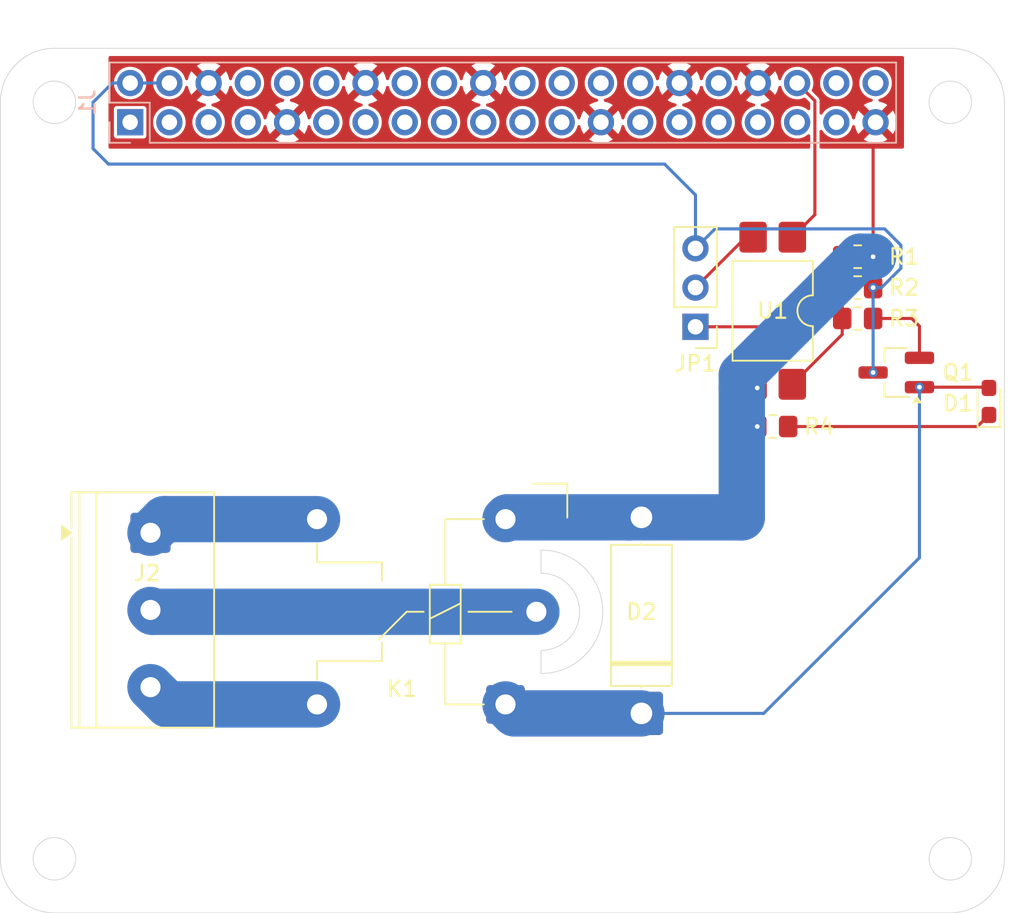
<source format=kicad_pcb>
(kicad_pcb (version 20241229) (generator "pcbnew") (generator_version "9.0")
  (layers (0 "F.Cu" signal) (2 "B.Cu" signal) (13 "F.Paste" user) (15 "B.Paste" user) (5 "F.SilkS" user "F.Silkscreen") (7 "B.SilkS" user "B.Silkscreen") (1 "F.Mask" user) (3 "B.Mask" user) (25 "Edge.Cuts" user))
  (net 0 "")
  (net 1 "Net-(D1-K)")
  (net 2 "Net-(D1-A)")
  (net 4 "VCC_5V")
  (net 12 "GND1")
  (net 30 "IN")
  (net 35 "NC")
  (net 36 "COM")
  (net 37 "NO")
  (net 38 "Net-(JP1-C)")
  (net 39 "Net-(JP1-A)")
  (net 40 "Net-(Q1-B)")
  (net 41 "Net-(R2-Pad2)")
  (footprint "Relay_THT:Relay_SPDT_Hongfa_JQC-3FF_0XX-1Z" (layer "F.Cu") (at 199.2 94 180)
    (property "Reference" "K1" (at 6.7 1 0) (layer "F.SilkS"))
    (property "Value" "JQC-3FF-005-1Z")
    (fp_line (start 12.2 10.4) (end 12.2 9.2) (stroke (width 0.12)) (layer "F.SilkS"))
    (fp_line (start 12.2 9.2) (end 8 9.2) (stroke (width 0.12)) (layer "F.SilkS"))
    (fp_line (start 12.2 1.6) (end 12.2 2.8) (stroke (width 0.12)) (layer "F.SilkS"))
    (fp_line (start 8 9.2) (end 8 8) (stroke (width 0.12)) (layer "F.SilkS"))
    (fp_line (start 8 2.8) (end 12.2 2.8) (stroke (width 0.12)) (layer "F.SilkS"))
    (fp_line (start 8 2.8) (end 8 4) (stroke (width 0.12)) (layer "F.SilkS"))
    (fp_line (start 6.4 6) (end 8.2 4.2) (stroke (width 0.12)) (layer "F.SilkS"))
    (fp_line (start 6.4 6) (end 5.3 6) (stroke (width 0.12)) (layer "F.SilkS"))
    (fp_line (start 4.9 7.75) (end 4.9 3.95) (stroke (width 0.12)) (layer "F.SilkS"))
    (fp_line (start 4.9 5.55) (end 2.9 6.55) (stroke (width 0.12)) (layer "F.SilkS"))
    (fp_line (start 4.9 3.95) (end 2.9 3.95) (stroke (width 0.12)) (layer "F.SilkS"))
    (fp_line (start 3.9 12) (end 1.4 12) (stroke (width 0.12)) (layer "F.SilkS"))
    (fp_line (start 3.9 7.75) (end 3.9 12) (stroke (width 0.12)) (layer "F.SilkS"))
    (fp_line (start 3.9 3.95) (end 3.9 0) (stroke (width 0.12)) (layer "F.SilkS"))
    (fp_line (start 3.9 0) (end 1.4 0) (stroke (width 0.12)) (layer "F.SilkS"))
    (fp_line (start 2.9 7.75) (end 4.9 7.75) (stroke (width 0.12)) (layer "F.SilkS"))
    (fp_line (start 2.9 3.95) (end 2.9 7.75) (stroke (width 0.12)) (layer "F.SilkS"))
    (fp_line (start -0.4 6) (end 2.4 6) (stroke (width 0.12)) (layer "F.SilkS"))
    (fp_line (start -4 14.3) (end -1.8 14.3) (stroke (width 0.12)) (layer "F.SilkS"))
    (fp_line (start -4 12.1) (end -4 14.3) (stroke (width 0.12)) (layer "F.SilkS"))
    (pad "11" thru_hole circle (at -2 6 180) (size 2.5 2.5) (drill 1.3) (layers "*.Cu" "*.Mask") (net 36 "COM"))
    (pad "12" thru_hole circle (at 12.2 0 180) (size 2.5 2.5) (drill 1.3) (layers "*.Cu" "*.Mask") (net 35 "NC"))
    (pad "14" thru_hole circle (at 12.2 12 180) (size 2.5 2.5) (drill 1.3) (layers "*.Cu" "*.Mask") (net 37 "NO"))
    (pad "A1" thru_hole roundrect (at 0 0 180) (size 2.5 2.5) (drill 1.3) (layers "*.Cu" "*.Mask") (roundrect_rratio 0.1) (net 2 "Net-(D1-A)"))
    (pad "A2" thru_hole circle (at 0 12 180) (size 2.5 2.5) (drill 1.3) (layers "*.Cu" "*.Mask") (net 12 "GND1"))
  )
  (footprint "LED_SMD:LED_0603_1608Metric_Pad1.05x0.95mm_HandSolder" (layer "F.Cu") (at 230.5 74.375 90)
    (property "Reference" "D1" (at -0.125 -2 180) (layer "F.SilkS"))
    (property "Value" "LED")
    (fp_line (start 0.8 -0.735) (end -1.66 -0.735) (stroke (width 0.12)) (layer "F.SilkS"))
    (fp_line (start -1.66 -0.735) (end -1.66 0.735) (stroke (width 0.12)) (layer "F.SilkS"))
    (fp_line (start -1.66 0.735) (end 0.8 0.735) (stroke (width 0.12)) (layer "F.SilkS"))
    (pad "1" smd roundrect (at -0.875 0 90) (size 1.05 0.95) (layers "F.Cu" "F.Mask" "F.Paste") (net 1 "Net-(D1-K)"))
    (pad "2" smd roundrect (at 0.875 0 90) (size 1.05 0.95) (layers "F.Cu" "F.Mask" "F.Paste") (net 2 "Net-(D1-A)"))
  )
  (footprint "Resistor_SMD:R_0805_2012Metric_Pad1.20x1.40mm_HandSolder" (layer "F.Cu") (at 222 67 180)
    (property "Reference" "R2" (at -3 0 0) (layer "F.SilkS"))
    (property "Value" "R_10K")
    (fp_line (start -0.227064 0.735) (end 0.227064 0.735) (stroke (width 0.12)) (layer "F.SilkS"))
    (fp_line (start -0.227064 -0.735) (end 0.227064 -0.735) (stroke (width 0.12)) (layer "F.SilkS"))
    (pad "1" smd roundrect (at -1 0 180) (size 1.2 1.4) (layers "F.Cu" "F.Mask" "F.Paste") (roundrect_rratio 0.208333) (net 4 "VCC_5V"))
    (pad "2" smd roundrect (at 1 0 180) (size 1.2 1.4) (layers "F.Cu" "F.Mask" "F.Paste") (roundrect_rratio 0.208333) (net 41 "Net-(R2-Pad2)"))
  )
  (footprint "Resistor_SMD:R_0805_2012Metric_Pad1.20x1.40mm_HandSolder" (layer "F.Cu") (at 222 65 180)
    (property "Reference" "R1" (at -3 0 0) (layer "F.SilkS"))
    (property "Value" "R_1K")
    (fp_line (start -0.227064 0.735) (end 0.227064 0.735) (stroke (width 0.12)) (layer "F.SilkS"))
    (fp_line (start -0.227064 -0.735) (end 0.227064 -0.735) (stroke (width 0.12)) (layer "F.SilkS"))
    (pad "1" smd roundrect (at -1 0 180) (size 1.2 1.4) (layers "F.Cu" "F.Mask" "F.Paste") (roundrect_rratio 0.208333) (net 12 "GND1"))
    (pad "2" smd roundrect (at 1 0 180) (size 1.2 1.4) (layers "F.Cu" "F.Mask" "F.Paste") (roundrect_rratio 0.208333) (net 39 "Net-(JP1-A)"))
  )
  (footprint "Package_TO_SOT_SMD:SOT-23_Handsoldering" (layer "F.Cu") (at 224.5 72.5 180)
    (property "Reference" "Q1" (at -4 0 0) (layer "F.SilkS"))
    (property "Value" "PNP")
    (fp_line (start 0.76 1.58) (end 0.76 0.65) (stroke (width 0.12)) (layer "F.SilkS"))
    (fp_line (start 0.76 1.58) (end -0.7 1.58) (stroke (width 0.12)) (layer "F.SilkS"))
    (fp_line (start 0.76 -1.58) (end 0.76 -0.65) (stroke (width 0.12)) (layer "F.SilkS"))
    (fp_line (start -0.04 -1.58) (end 0.76 -1.58) (stroke (width 0.12)) (layer "F.SilkS"))
    (fp_line (start -0.04 -1.58) (end -0.84 -1.58) (stroke (width 0.12)) (layer "F.SilkS"))
    (fp_poly (pts (xy -1.34 -1.61) (xy -1.58 -1.94) (xy -1.1 -1.94) (xy -1.34 -1.61)) (stroke (width 0.12)) (fill yes) (layer "F.SilkS"))
    (pad "1" smd roundrect (at -1.5 -0.95 180) (size 1.9 0.8) (layers "F.Cu" "F.Mask" "F.Paste") (net 2 "Net-(D1-A)"))
    (pad "2" smd roundrect (at -1.5 0.95 180) (size 1.9 0.8) (layers "F.Cu" "F.Mask" "F.Paste") (net 40 "Net-(Q1-B)"))
    (pad "3" smd roundrect (at 1.5 0 180) (size 1.9 0.8) (layers "F.Cu" "F.Mask" "F.Paste") (net 4 "VCC_5V"))
  )
  (footprint "TerminalBlock_Phoenix:TerminalBlock_Phoenix_PT-1,5-3-5.0-H_1x03_P5.00mm_Horizontal" (layer "F.Cu") (at 176.2175 82.8825 -90)
    (property "Reference" "J2" (at 2.6175 0.2175 180) (layer "F.SilkS"))
    (property "Value" "Screw_Terminal_01x03")
    (fp_line (start -2.62 5.12) (end -0.3 5.12) (stroke (width 0.12)) (layer "F.SilkS"))
    (fp_line (start 0.3 5.12) (end 12.62 5.12) (stroke (width 0.12)) (layer "F.SilkS"))
    (fp_line (start -2.62 4.6) (end 12.62 4.6) (stroke (width 0.12)) (layer "F.SilkS"))
    (fp_line (start -2.62 3.5) (end 12.62 3.5) (stroke (width 0.12)) (layer "F.SilkS"))
    (fp_line (start -2.62 -4.12) (end -2.62 5.12) (stroke (width 0.12)) (layer "F.SilkS"))
    (fp_line (start -2.62 -4.12) (end 12.62 -4.12) (stroke (width 0.12)) (layer "F.SilkS"))
    (fp_line (start 12.62 -4.12) (end 12.62 5.12) (stroke (width 0.12)) (layer "F.SilkS"))
    (fp_poly (pts (xy 0 5.12) (xy 0.44 5.73) (xy -0.44 5.73)) (stroke (width 0.12)) (fill yes) (layer "F.SilkS"))
    (pad "1" thru_hole roundrect (at 0 0 270) (size 2.6 2.6) (drill 1.3) (layers "*.Cu" "*.Mask") (roundrect_rratio 0.096154) (net 37 "NO"))
    (pad "2" thru_hole circle (at 5 0 270) (size 2.6 2.6) (drill 1.3) (layers "*.Cu" "*.Mask") (net 36 "COM"))
    (pad "3" thru_hole circle (at 10 0 270) (size 2.6 2.6) (drill 1.3) (layers "*.Cu" "*.Mask") (net 35 "NC"))
  )
  (footprint "Package_DIP:SMDIP-4_W9.53mm" (layer "F.Cu") (at 216.5 68.5 -90)
    (property "Reference" "U1" (at 0 0 180) (layer "F.SilkS"))
    (property "Value" "LTV-817S")
    (fp_line (start -3.235 2.6) (end 3.235 2.6) (stroke (width 0.12)) (layer "F.SilkS"))
    (fp_line (start 3.235 2.6) (end 3.235 -2.6) (stroke (width 0.12)) (layer "F.SilkS"))
    (fp_line (start -3.235 -2.6) (end -3.235 2.6) (stroke (width 0.12)) (layer "F.SilkS"))
    (fp_line (start -1 -2.6) (end -3.235 -2.6) (stroke (width 0.12)) (layer "F.SilkS"))
    (fp_line (start 3.235 -2.6) (end 1 -2.6) (stroke (width 0.12)) (layer "F.SilkS"))
    (fp_arc (start 1 -2.6) (mid 0 -1.6) (end -1 -2.6) (stroke (width 0.12)) (layer "F.SilkS"))
    (pad "1" smd roundrect (at -4.765 -1.27 270) (size 2 1.78) (layers "F.Cu" "F.Mask" "F.Paste") (roundrect_rratio 0.140449) (net 30 "IN"))
    (pad "2" smd roundrect (at -4.765 1.27 270) (size 2 1.78) (layers "F.Cu" "F.Mask" "F.Paste") (roundrect_rratio 0.140449) (net 38 "Net-(JP1-C)"))
    (pad "3" smd roundrect (at 4.765 1.27 270) (size 2 1.78) (layers "F.Cu" "F.Mask" "F.Paste") (roundrect_rratio 0.140449) (net 12 "GND1"))
    (pad "4" smd roundrect (at 4.765 -1.27 270) (size 2 1.78) (layers "F.Cu" "F.Mask" "F.Paste") (roundrect_rratio 0.140449) (net 41 "Net-(R2-Pad2)"))
  )
  (footprint "Resistor_SMD:R_0805_2012Metric_Pad1.20x1.40mm_HandSolder" (layer "F.Cu") (at 216.5 76 180)
    (property "Reference" "R4" (at -3 0 0) (layer "F.SilkS"))
    (property "Value" "R_1K")
    (fp_line (start -0.227064 0.735) (end 0.227064 0.735) (stroke (width 0.12)) (layer "F.SilkS"))
    (fp_line (start -0.227064 -0.735) (end 0.227064 -0.735) (stroke (width 0.12)) (layer "F.SilkS"))
    (pad "1" smd roundrect (at -1 0 180) (size 1.2 1.4) (layers "F.Cu" "F.Mask" "F.Paste") (roundrect_rratio 0.208333) (net 1 "Net-(D1-K)"))
    (pad "2" smd roundrect (at 1 0 180) (size 1.2 1.4) (layers "F.Cu" "F.Mask" "F.Paste") (roundrect_rratio 0.208333) (net 12 "GND1"))
  )
  (footprint "Diode_THT:D_5W_P12.70mm_Horizontal" (layer "F.Cu") (at 208 94.5825 90)
    (property "Reference" "D2" (at 6.5825 0 180) (layer "F.SilkS"))
    (property "Value" "D")
    (fp_line (start 3.355 -1.97) (end 3.355 1.97) (stroke (width 0.12)) (layer "F.SilkS"))
    (fp_line (start 3.235 -1.97) (end 3.235 1.97) (stroke (width 0.12)) (layer "F.SilkS"))
    (fp_line (start 3.115 -1.97) (end 3.115 1.97) (stroke (width 0.12)) (layer "F.SilkS"))
    (fp_line (start 11.06 0) (end 10.92 0) (stroke (width 0.12)) (layer "F.SilkS"))
    (fp_line (start 1.64 0) (end 1.78 0) (stroke (width 0.12)) (layer "F.SilkS"))
    (fp_rect (start 1.78 -1.97) (end 10.92 1.97) (stroke (width 0.12)) (fill no) (layer "F.SilkS"))
    (pad "1" thru_hole roundrect (at 0 0 90) (size 2.8 2.8) (drill 1.4) (layers "*.Cu" "*.Mask") (roundrect_rratio 0.089286) (net 2 "Net-(D1-A)"))
    (pad "2" thru_hole circle (at 12.7 0 90) (size 2.8 2.8) (drill 1.4) (layers "*.Cu" "*.Mask") (net 12 "GND1"))
  )
  (footprint "Resistor_SMD:R_0805_2012Metric_Pad1.20x1.40mm_HandSolder" (layer "F.Cu") (at 222 69)
    (property "Reference" "R3" (at 3 0 0) (layer "F.SilkS"))
    (property "Value" "R_1K")
    (fp_line (start -0.227064 -0.735) (end 0.227064 -0.735) (stroke (width 0.12)) (layer "F.SilkS"))
    (fp_line (start -0.227064 0.735) (end 0.227064 0.735) (stroke (width 0.12)) (layer "F.SilkS"))
    (pad "1" smd roundrect (at -1 0) (size 1.2 1.4) (layers "F.Cu" "F.Mask" "F.Paste") (roundrect_rratio 0.208333) (net 41 "Net-(R2-Pad2)"))
    (pad "2" smd roundrect (at 1 0) (size 1.2 1.4) (layers "F.Cu" "F.Mask" "F.Paste") (roundrect_rratio 0.208333) (net 40 "Net-(Q1-B)"))
  )
  (footprint "Connector_PinHeader_2.54mm:PinHeader_1x03_P2.54mm_Vertical" (layer "F.Cu") (at 211.5 69.54 180)
    (property "Reference" "JP1" (at 0 -2.38 0) (layer "F.SilkS"))
    (property "Value" "Jumper_3_Bridged12")
    (fp_line (start 1.38 1.27) (end 1.38 6.46) (stroke (width 0.12)) (layer "F.SilkS"))
    (fp_line (start -1.38 6.46) (end 1.38 6.46) (stroke (width 0.12)) (layer "F.SilkS"))
    (fp_line (start -1.38 1.27) (end 1.38 1.27) (stroke (width 0.12)) (layer "F.SilkS"))
    (fp_line (start -1.38 1.27) (end -1.38 6.46) (stroke (width 0.12)) (layer "F.SilkS"))
    (fp_line (start -1.38 0) (end -1.38 -1.38) (stroke (width 0.12)) (layer "F.SilkS"))
    (fp_line (start -1.38 -1.38) (end 0 -1.38) (stroke (width 0.12)) (layer "F.SilkS"))
    (pad "1" thru_hole rect (at 0 0 180) (size 1.7 1.7) (drill 1) (layers "*.Cu" "*.Mask") (net 39 "Net-(JP1-A)"))
    (pad "2" thru_hole circle (at 0 2.54 180) (size 1.7 1.7) (drill 1) (layers "*.Cu" "*.Mask") (net 38 "Net-(JP1-C)"))
    (pad "3" thru_hole circle (at 0 5.08 180) (size 1.7 1.7) (drill 1) (layers "*.Cu" "*.Mask") (net 4 "VCC_5V"))
  )
  (footprint "Connector_PinSocket_2.54mm:PinSocket_2x20_P2.54mm_Vertical" (layer "B.Cu") (at 174.9 56.29 -90)
    (property "Reference" "J1" (at -1.27 2.77 90) (layer "B.SilkS") (effects (justify mirror)))
    (property "Value" "Raspberry_Pi_2_3")
    (fp_line (start -3.87 1.33) (end -1.27 1.33) (stroke (width 0.12)) (layer "B.SilkS"))
    (fp_line (start -3.87 1.33) (end -3.87 -49.59) (stroke (width 0.12)) (layer "B.SilkS"))
    (fp_line (start -1.27 1.33) (end -1.27 -1.27) (stroke (width 0.12)) (layer "B.SilkS"))
    (fp_line (start 0 1.33) (end 1.33 1.33) (stroke (width 0.12)) (layer "B.SilkS"))
    (fp_line (start 1.33 1.33) (end 1.33 0) (stroke (width 0.12)) (layer "B.SilkS"))
    (fp_line (start -1.27 -1.27) (end 1.33 -1.27) (stroke (width 0.12)) (layer "B.SilkS"))
    (fp_line (start 1.33 -1.27) (end 1.33 -49.59) (stroke (width 0.12)) (layer "B.SilkS"))
    (fp_line (start -3.87 -49.59) (end 1.33 -49.59) (stroke (width 0.12)) (layer "B.SilkS"))
    (pad "1" thru_hole rect (at 0 0 270) (size 1.7 1.7) (drill 1) (layers "*.Cu" "*.Mask"))
    (pad "2" thru_hole circle (at -2.54 0 270) (size 1.7 1.7) (drill 1) (layers "*.Cu" "*.Mask") (net 4 "VCC_5V"))
    (pad "3" thru_hole circle (at 0 -2.54 270) (size 1.7 1.7) (drill 1) (layers "*.Cu" "*.Mask"))
    (pad "4" thru_hole circle (at -2.54 -2.54 270) (size 1.7 1.7) (drill 1) (layers "*.Cu" "*.Mask") (net 4 "VCC_5V"))
    (pad "5" thru_hole circle (at 0 -5.08 270) (size 1.7 1.7) (drill 1) (layers "*.Cu" "*.Mask"))
    (pad "6" thru_hole circle (at -2.54 -5.08 270) (size 1.7 1.7) (drill 1) (layers "*.Cu" "*.Mask") (net 12 "GND1"))
    (pad "7" thru_hole circle (at 0 -7.62 270) (size 1.7 1.7) (drill 1) (layers "*.Cu" "*.Mask"))
    (pad "8" thru_hole circle (at -2.54 -7.62 270) (size 1.7 1.7) (drill 1) (layers "*.Cu" "*.Mask"))
    (pad "9" thru_hole circle (at 0 -10.16 270) (size 1.7 1.7) (drill 1) (layers "*.Cu" "*.Mask") (net 12 "GND1"))
    (pad "10" thru_hole circle (at -2.54 -10.16 270) (size 1.7 1.7) (drill 1) (layers "*.Cu" "*.Mask"))
    (pad "11" thru_hole circle (at 0 -12.7 270) (size 1.7 1.7) (drill 1) (layers "*.Cu" "*.Mask"))
    (pad "12" thru_hole circle (at -2.54 -12.7 270) (size 1.7 1.7) (drill 1) (layers "*.Cu" "*.Mask"))
    (pad "13" thru_hole circle (at 0 -15.24 270) (size 1.7 1.7) (drill 1) (layers "*.Cu" "*.Mask"))
    (pad "14" thru_hole circle (at -2.54 -15.24 270) (size 1.7 1.7) (drill 1) (layers "*.Cu" "*.Mask") (net 12 "GND1"))
    (pad "15" thru_hole circle (at 0 -17.78 270) (size 1.7 1.7) (drill 1) (layers "*.Cu" "*.Mask"))
    (pad "16" thru_hole circle (at -2.54 -17.78 270) (size 1.7 1.7) (drill 1) (layers "*.Cu" "*.Mask"))
    (pad "17" thru_hole circle (at 0 -20.32 270) (size 1.7 1.7) (drill 1) (layers "*.Cu" "*.Mask"))
    (pad "18" thru_hole circle (at -2.54 -20.32 270) (size 1.7 1.7) (drill 1) (layers "*.Cu" "*.Mask"))
    (pad "19" thru_hole circle (at 0 -22.86 270) (size 1.7 1.7) (drill 1) (layers "*.Cu" "*.Mask"))
    (pad "20" thru_hole circle (at -2.54 -22.86 270) (size 1.7 1.7) (drill 1) (layers "*.Cu" "*.Mask") (net 12 "GND1"))
    (pad "21" thru_hole circle (at 0 -25.4 270) (size 1.7 1.7) (drill 1) (layers "*.Cu" "*.Mask"))
    (pad "22" thru_hole circle (at -2.54 -25.4 270) (size 1.7 1.7) (drill 1) (layers "*.Cu" "*.Mask"))
    (pad "23" thru_hole circle (at 0 -27.94 270) (size 1.7 1.7) (drill 1) (layers "*.Cu" "*.Mask"))
    (pad "24" thru_hole circle (at -2.54 -27.94 270) (size 1.7 1.7) (drill 1) (layers "*.Cu" "*.Mask"))
    (pad "25" thru_hole circle (at 0 -30.48 270) (size 1.7 1.7) (drill 1) (layers "*.Cu" "*.Mask") (net 12 "GND1"))
    (pad "26" thru_hole circle (at -2.54 -30.48 270) (size 1.7 1.7) (drill 1) (layers "*.Cu" "*.Mask"))
    (pad "27" thru_hole circle (at 0 -33.02 270) (size 1.7 1.7) (drill 1) (layers "*.Cu" "*.Mask"))
    (pad "28" thru_hole circle (at -2.54 -33.02 270) (size 1.7 1.7) (drill 1) (layers "*.Cu" "*.Mask"))
    (pad "29" thru_hole circle (at 0 -35.56 270) (size 1.7 1.7) (drill 1) (layers "*.Cu" "*.Mask"))
    (pad "30" thru_hole circle (at -2.54 -35.56 270) (size 1.7 1.7) (drill 1) (layers "*.Cu" "*.Mask") (net 12 "GND1"))
    (pad "31" thru_hole circle (at 0 -38.1 270) (size 1.7 1.7) (drill 1) (layers "*.Cu" "*.Mask"))
    (pad "32" thru_hole circle (at -2.54 -38.1 270) (size 1.7 1.7) (drill 1) (layers "*.Cu" "*.Mask"))
    (pad "33" thru_hole circle (at 0 -40.64 270) (size 1.7 1.7) (drill 1) (layers "*.Cu" "*.Mask"))
    (pad "34" thru_hole circle (at -2.54 -40.64 270) (size 1.7 1.7) (drill 1) (layers "*.Cu" "*.Mask") (net 12 "GND1"))
    (pad "35" thru_hole circle (at 0 -43.18 270) (size 1.7 1.7) (drill 1) (layers "*.Cu" "*.Mask"))
    (pad "36" thru_hole circle (at -2.54 -43.18 270) (size 1.7 1.7) (drill 1) (layers "*.Cu" "*.Mask") (net 30 "IN"))
    (pad "37" thru_hole circle (at 0 -45.72 270) (size 1.7 1.7) (drill 1) (layers "*.Cu" "*.Mask"))
    (pad "38" thru_hole circle (at -2.54 -45.72 270) (size 1.7 1.7) (drill 1) (layers "*.Cu" "*.Mask"))
    (pad "39" thru_hole circle (at 0 -48.26 270) (size 1.7 1.7) (drill 1) (layers "*.Cu" "*.Mask") (net 12 "GND1"))
    (pad "40" thru_hole circle (at -2.54 -48.26 270) (size 1.7 1.7) (drill 1) (layers "*.Cu" "*.Mask"))
  )
  (gr_arc (start 166.5 55) (mid 167.525126 52.525126) (end 170 51.5) (stroke (width 0.05)) (layer "Edge.Cuts"))
  (gr_circle (center 228 55) (end 229.375 55) (stroke (width 0.05)) (fill no) (layer "Edge.Cuts"))
  (gr_line (start 170 107.5) (end 228 107.5) (stroke (width 0.05)) (layer "Edge.Cuts"))
  (gr_line (start 166.5 55) (end 166.5 104) (stroke (width 0.05)) (layer "Edge.Cuts"))
  (gr_line (start 201.5 90.5) (end 201.5 92) (stroke (width 0.05)) (layer "Edge.Cuts"))
  (gr_line (start 231.5 104) (end 231.5 55) (stroke (width 0.05)) (layer "Edge.Cuts"))
  (gr_line (start 201.5 85.5) (end 201.5 84) (stroke (width 0.05)) (layer "Edge.Cuts"))
  (gr_arc (start 170 107.5) (mid 167.525126 106.474874) (end 166.5 104) (stroke (width 0.05)) (layer "Edge.Cuts"))
  (gr_circle (center 170 55) (end 171.375 55) (stroke (width 0.05)) (fill no) (layer "Edge.Cuts"))
  (gr_arc (start 201.5 84) (mid 205.5 88) (end 201.5 92) (stroke (width 0.05)) (layer "Edge.Cuts"))
  (gr_arc (start 228 51.5) (mid 230.474874 52.525126) (end 231.5 55) (stroke (width 0.05)) (layer "Edge.Cuts"))
  (gr_circle (center 228 104) (end 229.375 104) (stroke (width 0.05)) (fill no) (layer "Edge.Cuts"))
  (gr_arc (start 231.5 104) (mid 230.474874 106.474874) (end 228 107.5) (stroke (width 0.05)) (layer "Edge.Cuts"))
  (gr_arc (start 201.5 85.5) (mid 204 88) (end 201.5 90.5) (stroke (width 0.05)) (layer "Edge.Cuts"))
  (gr_circle (center 170 104) (end 171.375 104) (stroke (width 0.05)) (fill no) (layer "Edge.Cuts"))
  (gr_line (start 228 51.5) (end 170 51.5) (stroke (width 0.05)) (layer "Edge.Cuts"))
  (segment (start 229.75 76) (end 217.5 76) (width 0.2) (layer "F.Cu") (net 1))
  (segment (start 230.5 75.25) (end 229.75 76) (width 0.2) (layer "F.Cu") (net 1))
  (segment (start 226 73.45) (end 230.45 73.45) (width 0.2) (layer "F.Cu") (net 2))
  (segment (start 230.45 73.45) (end 230.5 73.5) (width 0.2) (layer "F.Cu") (net 2))
  (via (at 226 73.45) (size 0.6) (drill 0.3) (layers "F.Cu" "B.Cu") (net 2))
  (segment (start 208 94.5825) (end 199.7825 94.5825) (width 3) (layer "B.Cu") (net 2))
  (segment (start 199.7825 94.5825) (end 199.2 94) (width 3) (layer "B.Cu") (net 2))
  (segment (start 226 84.5) (end 226 73.45) (width 0.2) (layer "B.Cu") (net 2))
  (segment (start 208 94.5825) (end 215.9175 94.5825) (width 0.2) (layer "B.Cu") (net 2))
  (segment (start 215.9175 94.5825) (end 226 84.5) (width 0.2) (layer "B.Cu") (net 2))
  (via (at 223 67) (size 0.6) (drill 0.3) (layers "F.Cu" "B.Cu") (net 4))
  (via (at 223 72.5) (size 0.6) (drill 0.3) (layers "F.Cu" "B.Cu") (net 4))
  (segment (start 209.5 59) (end 211.5 61) (width 0.2) (layer "B.Cu") (net 4))
  (segment (start 223 67) (end 223.545999 67) (width 0.2) (layer "B.Cu") (net 4))
  (segment (start 224.801 64.253001) (end 223.745999 63.198) (width 0.2) (layer "B.Cu") (net 4))
  (segment (start 224.801 65.744999) (end 224.801 64.253001) (width 0.2) (layer "B.Cu") (net 4))
  (segment (start 223 67) (end 223 72.5) (width 0.2) (layer "B.Cu") (net 4))
  (segment (start 223.545999 67) (end 224.801 65.744999) (width 0.2) (layer "B.Cu") (net 4))
  (segment (start 174.9 53.75) (end 177.44 53.75) (width 0.2) (layer "B.Cu") (net 4))
  (segment (start 211.5 61) (end 211.5 64.46) (width 0.2) (layer "B.Cu") (net 4))
  (segment (start 173.5 59) (end 209.5 59) (width 0.2) (layer "B.Cu") (net 4))
  (segment (start 173.75 53.75) (end 172.5 55) (width 0.2) (layer "B.Cu") (net 4))
  (segment (start 212.762 63.198) (end 211.5 64.46) (width 0.2) (layer "B.Cu") (net 4))
  (segment (start 172.5 55) (end 172.5 58) (width 0.2) (layer "B.Cu") (net 4))
  (segment (start 172.5 58) (end 173.5 59) (width 0.2) (layer "B.Cu") (net 4))
  (segment (start 223.745999 63.198) (end 212.762 63.198) (width 0.2) (layer "B.Cu") (net 4))
  (segment (start 174.9 53.75) (end 173.75 53.75) (width 0.2) (layer "B.Cu") (net 4))
  (segment (start 223 65) (end 223 58) (width 0.2) (layer "F.Cu") (net 12))
  (via (at 215.5 76) (size 0.6) (drill 0.3) (layers "F.Cu" "B.Cu") (net 12))
  (via (at 215.5 73.5) (size 0.6) (drill 0.3) (layers "F.Cu" "B.Cu") (net 12))
  (via (at 223 65) (size 0.6) (drill 0.3) (layers "F.Cu" "B.Cu") (net 12))
  (segment (start 214.5 72.670158) (end 222.171158 64.999) (width 3) (layer "B.Cu") (net 12))
  (segment (start 222.171158 64.999) (end 223 64.999) (width 3) (layer "B.Cu") (net 12))
  (segment (start 199.3175 81.8825) (end 199.2 82) (width 3) (layer "B.Cu") (net 12))
  (segment (start 207.2175 81.8825) (end 214.5 81.8825) (width 3) (layer "B.Cu") (net 12))
  (segment (start 214.5 81.8825) (end 214.5 73.5) (width 3) (layer "B.Cu") (net 12))
  (segment (start 214.5 73.5) (end 214.5 72.670158) (width 3) (layer "B.Cu") (net 12))
  (segment (start 207.2175 81.8825) (end 199.3175 81.8825) (width 3) (layer "B.Cu") (net 12))
  (segment (start 219.231 54.901) (end 219.231 62.274) (width 0.2) (layer "F.Cu") (net 30))
  (segment (start 218.08 53.75) (end 219.231 54.901) (width 0.2) (layer "F.Cu") (net 30))
  (segment (start 219.231 62.274) (end 217.77 63.735) (width 0.2) (layer "F.Cu") (net 30))
  (segment (start 187 94) (end 177.335 94) (width 3) (layer "B.Cu") (net 35))
  (segment (start 177.335 94) (end 176.2175 92.8825) (width 3) (layer "B.Cu") (net 35))
  (segment (start 176.335 88) (end 176.2175 87.8825) (width 3) (layer "B.Cu") (net 36))
  (segment (start 201.2 88) (end 176.335 88) (width 3) (layer "B.Cu") (net 36))
  (segment (start 177.1 82) (end 176.2175 82.8825) (width 3) (layer "B.Cu") (net 37))
  (segment (start 187 82) (end 177.1 82) (width 3) (layer "B.Cu") (net 37))
  (segment (start 214.765 63.735) (end 211.5 67) (width 0.2) (layer "F.Cu") (net 38))
  (segment (start 215.23 63.735) (end 214.765 63.735) (width 0.2) (layer "F.Cu") (net 38))
  (segment (start 221 65) (end 216.46 69.54) (width 0.2) (layer "F.Cu") (net 39))
  (segment (start 216.46 69.54) (end 211.5 69.54) (width 0.2) (layer "F.Cu") (net 39))
  (segment (start 225.5 69) (end 223 69) (width 0.2) (layer "F.Cu") (net 40))
  (segment (start 226 69.5) (end 225.5 69) (width 0.2) (layer "F.Cu") (net 40))
  (segment (start 226 71.55) (end 226 69.5) (width 0.2) (layer "F.Cu") (net 40))
  (segment (start 221 70.035) (end 217.77 73.265) (width 0.2) (layer "F.Cu") (net 41))
  (segment (start 221 67) (end 221 69) (width 0.2) (layer "F.Cu") (net 41))
  (segment (start 221 69) (end 221 70.035) (width 0.2) (layer "F.Cu") (net 41))
  (zone (net 12) (net_name "GND1") (layer "F.Cu") (connect_pads (clearance 0.2)) (min_thickness 0.2) (fill yes (thermal_gap 0.5) (thermal_bridge_width 0.5))
    (polygon (pts (xy 225 52) (xy 173.5 52) (xy 173.5 58) (xy 225 58)))
  )
)
</source>
